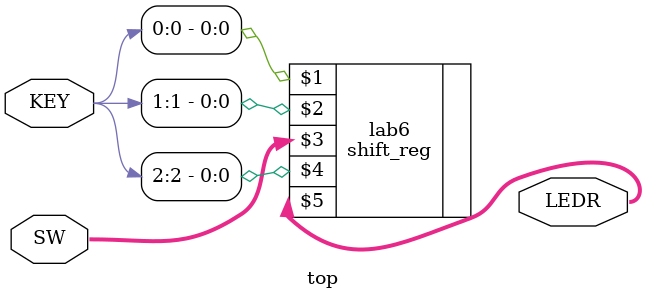
<source format=v>
module top (SW, KEY, LEDR);

    input wire [10:0] SW;        // DE-series switches
    input wire [3:0] KEY;       // DE-series pushbuttons

    output wire [10:0] LEDR;     // DE-series LEDs   

    shift_reg lab6 (KEY[0], KEY[1], SW, KEY[2], LEDR);
 
endmodule


</source>
